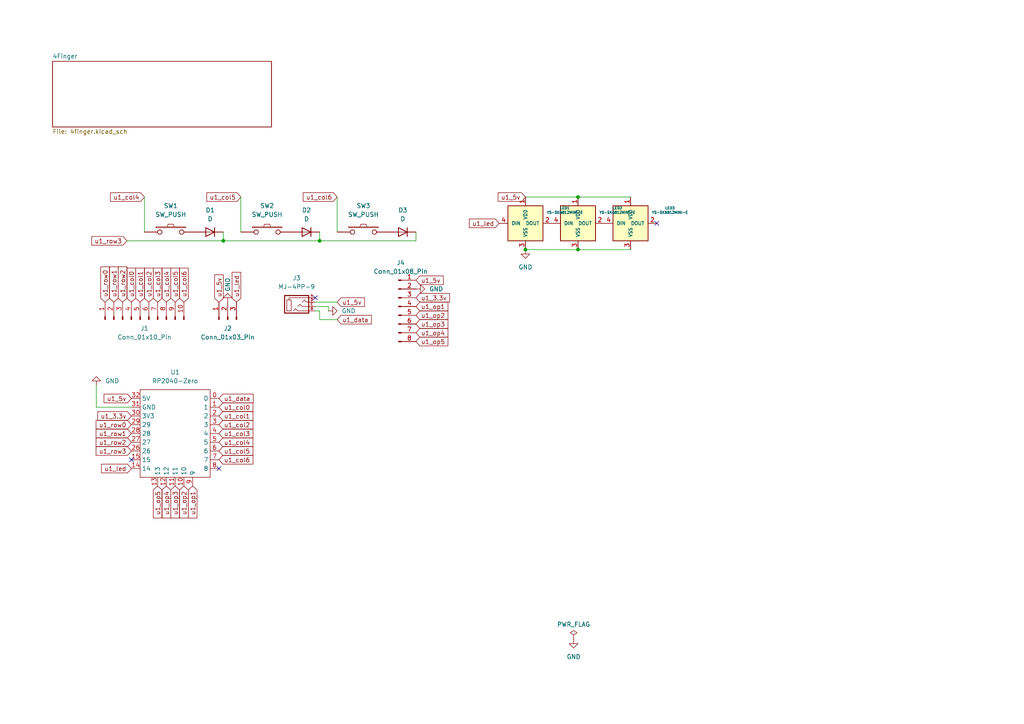
<source format=kicad_sch>
(kicad_sch (version 20231120) (generator "eeschema") (generator_version "8.0")
  (paper "A4")
  (title_block (title "yubino hara") (rev "2.x"))
  (lib_symbols
    (symbol "Connector:Conn_01x03_Pin" (pin_names (offset 1.016) hide)
      (property "Reference" "J" (at 0 5.08 0))
      (property "Value" "Conn_01x03_Pin" (at 0 -5.08 0))
      (symbol "Conn_01x03_Pin_1_1"
        (polyline (pts (xy 1.27 -2.54) (xy 0.8636 -2.54)) (stroke (width 0.1524)))
        (polyline (pts (xy 1.27 0) (xy 0.8636 0)) (stroke (width 0.1524)))
        (polyline (pts (xy 1.27 2.54) (xy 0.8636 2.54)) (stroke (width 0.1524)))
        (rectangle (start 0.8636 -2.413) (end 0 -2.667) (stroke (width 0.1524)) (fill (type outline)))
        (rectangle (start 0.8636 0.127) (end 0 -0.127) (stroke (width 0.1524)) (fill (type outline)))
        (rectangle (start 0.8636 2.667) (end 0 2.413) (stroke (width 0.1524)) (fill (type outline)))
        (pin passive line (at 5.08 2.54 180) (length 3.81) (name "Pin_1") (number "1"))
        (pin passive line (at 5.08 0 180) (length 3.81) (name "Pin_2") (number "2"))
        (pin passive line (at 5.08 -2.54 180) (length 3.81) (name "Pin_3") (number "3"))
      )
    )
    (symbol "Connector:Conn_01x08_Pin" (pin_names (offset 1.016) hide)
      (property "Reference" "J" (at 0 10.16 0))
      (property "Value" "Conn_01x08_Pin" (at 0 -12.7 0))
      (symbol "Conn_01x08_Pin_1_1"
        (polyline (pts (xy 1.27 -10.16) (xy 0.8636 -10.16)) (stroke (width 0.1524)))
        (polyline (pts (xy 1.27 -7.62) (xy 0.8636 -7.62)) (stroke (width 0.1524)))
        (polyline (pts (xy 1.27 -5.08) (xy 0.8636 -5.08)) (stroke (width 0.1524)))
        (polyline (pts (xy 1.27 -2.54) (xy 0.8636 -2.54)) (stroke (width 0.1524)))
        (polyline (pts (xy 1.27 0) (xy 0.8636 0)) (stroke (width 0.1524)))
        (polyline (pts (xy 1.27 2.54) (xy 0.8636 2.54)) (stroke (width 0.1524)))
        (polyline (pts (xy 1.27 5.08) (xy 0.8636 5.08)) (stroke (width 0.1524)))
        (polyline (pts (xy 1.27 7.62) (xy 0.8636 7.62)) (stroke (width 0.1524)))
        (rectangle (start 0.8636 -10.033) (end 0 -10.287) (stroke (width 0.1524)) (fill (type outline)))
        (rectangle (start 0.8636 -7.493) (end 0 -7.747) (stroke (width 0.1524)) (fill (type outline)))
        (rectangle (start 0.8636 -4.953) (end 0 -5.207) (stroke (width 0.1524)) (fill (type outline)))
        (rectangle (start 0.8636 -2.413) (end 0 -2.667) (stroke (width 0.1524)) (fill (type outline)))
        (rectangle (start 0.8636 0.127) (end 0 -0.127) (stroke (width 0.1524)) (fill (type outline)))
        (rectangle (start 0.8636 2.667) (end 0 2.413) (stroke (width 0.1524)) (fill (type outline)))
        (rectangle (start 0.8636 5.207) (end 0 4.953) (stroke (width 0.1524)) (fill (type outline)))
        (rectangle (start 0.8636 7.747) (end 0 7.493) (stroke (width 0.1524)) (fill (type outline)))
        (pin passive line (at 5.08 7.62 180) (length 3.81) (name "Pin_1") (number "1"))
        (pin passive line (at 5.08 5.08 180) (length 3.81) (name "Pin_2") (number "2"))
        (pin passive line (at 5.08 2.54 180) (length 3.81) (name "Pin_3") (number "3"))
        (pin passive line (at 5.08 0 180) (length 3.81) (name "Pin_4") (number "4"))
        (pin passive line (at 5.08 -2.54 180) (length 3.81) (name "Pin_5") (number "5"))
        (pin passive line (at 5.08 -5.08 180) (length 3.81) (name "Pin_6") (number "6"))
        (pin passive line (at 5.08 -7.62 180) (length 3.81) (name "Pin_7") (number "7"))
        (pin passive line (at 5.08 -10.16 180) (length 3.81) (name "Pin_8") (number "8"))
      )
    )
    (symbol "Connector:Conn_01x10_Pin" (pin_names (offset 1.016) hide)
      (property "Reference" "J" (at 0 12.7 0))
      (property "Value" "Conn_01x10_Pin" (at 0 -15.24 0))
      (symbol "Conn_01x10_Pin_1_1"
        (polyline (pts (xy 1.27 -12.7) (xy 0.8636 -12.7)) (stroke (width 0.1524)))
        (polyline (pts (xy 1.27 -10.16) (xy 0.8636 -10.16)) (stroke (width 0.1524)))
        (polyline (pts (xy 1.27 -7.62) (xy 0.8636 -7.62)) (stroke (width 0.1524)))
        (polyline (pts (xy 1.27 -5.08) (xy 0.8636 -5.08)) (stroke (width 0.1524)))
        (polyline (pts (xy 1.27 -2.54) (xy 0.8636 -2.54)) (stroke (width 0.1524)))
        (polyline (pts (xy 1.27 0) (xy 0.8636 0)) (stroke (width 0.1524)))
        (polyline (pts (xy 1.27 2.54) (xy 0.8636 2.54)) (stroke (width 0.1524)))
        (polyline (pts (xy 1.27 5.08) (xy 0.8636 5.08)) (stroke (width 0.1524)))
        (polyline (pts (xy 1.27 7.62) (xy 0.8636 7.62)) (stroke (width 0.1524)))
        (polyline (pts (xy 1.27 10.16) (xy 0.8636 10.16)) (stroke (width 0.1524)))
        (rectangle (start 0.8636 -12.573) (end 0 -12.827) (stroke (width 0.1524)) (fill (type outline)))
        (rectangle (start 0.8636 -10.033) (end 0 -10.287) (stroke (width 0.1524)) (fill (type outline)))
        (rectangle (start 0.8636 -7.493) (end 0 -7.747) (stroke (width 0.1524)) (fill (type outline)))
        (rectangle (start 0.8636 -4.953) (end 0 -5.207) (stroke (width 0.1524)) (fill (type outline)))
        (rectangle (start 0.8636 -2.413) (end 0 -2.667) (stroke (width 0.1524)) (fill (type outline)))
        (rectangle (start 0.8636 0.127) (end 0 -0.127) (stroke (width 0.1524)) (fill (type outline)))
        (rectangle (start 0.8636 2.667) (end 0 2.413) (stroke (width 0.1524)) (fill (type outline)))
        (rectangle (start 0.8636 5.207) (end 0 4.953) (stroke (width 0.1524)) (fill (type outline)))
        (rectangle (start 0.8636 7.747) (end 0 7.493) (stroke (width 0.1524)) (fill (type outline)))
        (rectangle (start 0.8636 10.287) (end 0 10.033) (stroke (width 0.1524)) (fill (type outline)))
        (pin passive line (at 5.08 10.16 180) (length 3.81) (name "Pin_1") (number "1"))
        (pin passive line (at 5.08 -12.7 180) (length 3.81) (name "Pin_10") (number "10"))
        (pin passive line (at 5.08 7.62 180) (length 3.81) (name "Pin_2") (number "2"))
        (pin passive line (at 5.08 5.08 180) (length 3.81) (name "Pin_3") (number "3"))
        (pin passive line (at 5.08 2.54 180) (length 3.81) (name "Pin_4") (number "4"))
        (pin passive line (at 5.08 0 180) (length 3.81) (name "Pin_5") (number "5"))
        (pin passive line (at 5.08 -2.54 180) (length 3.81) (name "Pin_6") (number "6"))
        (pin passive line (at 5.08 -5.08 180) (length 3.81) (name "Pin_7") (number "7"))
        (pin passive line (at 5.08 -7.62 180) (length 3.81) (name "Pin_8") (number "8"))
        (pin passive line (at 5.08 -10.16 180) (length 3.81) (name "Pin_9") (number "9"))
      )
    )
    (symbol "Device:D" (pin_numbers hide) (pin_names (offset 1.016) hide)
      (property "Reference" "D" (at 0 2.54 0))
      (property "Value" "D" (at 0 -2.54 0))
      (symbol "D_0_1"
        (polyline (pts (xy -1.27 1.27) (xy -1.27 -1.27)) (stroke (width 0.254)))
        (polyline (pts (xy 1.27 0) (xy -1.27 0)))
        (polyline (pts (xy 1.27 1.27) (xy 1.27 -1.27) (xy -1.27 0) (xy 1.27 1.27)) (stroke (width 0.254)))
      )
      (symbol "D_1_1"
        (pin passive line (at -3.81 0 0) (length 2.54) (name "K") (number "1"))
        (pin passive line (at 3.81 0 180) (length 2.54) (name "A") (number "2"))
      )
    )
    (symbol "isw-mcu:RP2040-Zero"
      (property "Reference" "U" (at 0 17.78 0))
      (property "Value" "RP2040-Zero" (at 0 15.24 0))
      (symbol "RP2040-Zero_0_1"
        (rectangle (start -10.16 12.7) (end 10.16 -12.7))
      )
      (symbol "RP2040-Zero_1_1"
        (pin tri_state line (at 12.7 10.16 180) (length 2.54) (name "0") (number "0"))
        (pin bidirectional line (at 12.7 7.62 180) (length 2.54) (name "1") (number "1"))
        (pin bidirectional line (at 2.54 -15.24 90) (length 2.54) (name "10") (number "10"))
        (pin bidirectional line (at 0 -15.24 90) (length 2.54) (name "11") (number "11"))
        (pin bidirectional line (at -2.54 -15.24 90) (length 2.54) (name "12") (number "12"))
        (pin bidirectional line (at -5.08 -15.24 90) (length 2.54) (name "13") (number "13"))
        (pin bidirectional line (at -12.7 -10.16 0) (length 2.54) (name "14") (number "14"))
        (pin bidirectional line (at -12.7 -7.62 0) (length 2.54) (name "15") (number "15"))
        (pin bidirectional line (at 12.7 5.08 180) (length 2.54) (name "2") (number "2"))
        (pin bidirectional line (at -12.7 -5.08 0) (length 2.54) (name "26") (number "26"))
        (pin bidirectional line (at -12.7 -2.54 0) (length 2.54) (name "27") (number "27"))
        (pin bidirectional line (at -12.7 0 0) (length 2.54) (name "28") (number "28"))
        (pin bidirectional line (at -12.7 2.54 0) (length 2.54) (name "29") (number "29"))
        (pin bidirectional line (at 12.7 2.54 180) (length 2.54) (name "3") (number "3"))
        (pin power_out line (at -12.7 5.08 0) (length 2.54) (name "3V3") (number "30"))
        (pin power_in line (at -12.7 7.62 0) (length 2.54) (name "GND") (number "31"))
        (pin power_out line (at -12.7 10.16 0) (length 2.54) (name "5V") (number "32"))
        (pin bidirectional line (at 12.7 0 180) (length 2.54) (name "4") (number "4"))
        (pin bidirectional line (at 12.7 -2.54 180) (length 2.54) (name "5") (number "5"))
        (pin bidirectional line (at 12.7 -5.08 180) (length 2.54) (name "6") (number "6"))
        (pin bidirectional line (at 12.7 -7.62 180) (length 2.54) (name "7") (number "7"))
        (pin bidirectional line (at 12.7 -10.16 180) (length 2.54) (name "8") (number "8"))
        (pin bidirectional line (at 5.08 -15.24 90) (length 2.54) (name "9") (number "9"))
      )
    )
    (symbol "kbd:MJ-4PP-9" (pin_names (offset 1.016))
      (property "Reference" "J" (at 0 3.81 0))
      (property "Value" "MJ-4PP-9" (at 0 -3.81 0))
      (symbol "MJ-4PP-9_0_1"
        (rectangle (start -1.905 -1.905) (end -3.175 1.27))
        (polyline (pts (xy -2.54 1.27) (xy -2.54 1.905) (xy 3.175 1.905)))
        (polyline (pts (xy -1.27 -1.905) (xy -0.635 -1.27) (xy 0 -1.905) (xy 3.175 -1.905)))
        (polyline (pts (xy 0 -0.635) (xy 0.635 0) (xy 1.27 -0.635) (xy 3.175 -0.635)))
        (polyline (pts (xy 1.27 0.635) (xy 1.905 1.27) (xy 2.54 0.635) (xy 3.175 0.635)))
        (rectangle (start 3.175 2.54) (end -3.81 -2.54) (stroke (width 0.3048)))
      )
      (symbol "MJ-4PP-9_1_1"
        (pin input line (at 5.08 1.905 180) (length 2.0066) (name "~") (number "A"))
        (pin input line (at 5.08 -1.905 180) (length 2.0066) (name "~") (number "B"))
        (pin input line (at 5.08 -0.635 180) (length 2.0066) (name "~") (number "C"))
        (pin input line (at 5.08 0.635 180) (length 2.0066) (name "~") (number "D"))
      )
    )
    (symbol "kbd:SW_PUSH" (pin_numbers hide) (pin_names (offset 1.016) hide)
      (property "Reference" "SW" (at 3.81 2.794 0))
      (property "Value" "SW_PUSH" (at 0 -2.032 0))
      (symbol "SW_PUSH_0_1"
        (rectangle (start -4.318 1.27) (end 4.318 1.524))
        (polyline (pts (xy -1.016 1.524) (xy -0.762 2.286) (xy 0.762 2.286) (xy 1.016 1.524)))
        (pin passive inverted (at -7.62 0 0) (length 5.08) (name "1") (number "1"))
        (pin passive inverted (at 7.62 0 180) (length 5.08) (name "2") (number "2"))
      )
    )
    (symbol "kbd:YS-SK6812MINI-E" (pin_names (offset 1.016))
      (property "Reference" "LED" (at 2.54 -7.62 0))
      (property "Value" "YS-SK6812MINI-E" (at 6.35 -6.35 0))
      (symbol "YS-SK6812MINI-E_0_1"
        (rectangle (start -5.08 5.08) (end 5.08 -5.08) (stroke (width 0.254)) (fill (type background)))
      )
      (symbol "YS-SK6812MINI-E_1_1"
        (pin power_in line (at 0 7.62 270) (length 2.54) (name "VDD") (number "1"))
        (pin output line (at 7.62 0 180) (length 2.54) (name "DOUT") (number "2"))
        (pin power_in line (at 0 -7.62 90) (length 2.54) (name "VSS") (number "3"))
        (pin input line (at -7.62 0 0) (length 2.54) (name "DIN") (number "4"))
      )
    )
    (symbol "power:GND" (power) (pin_numbers hide) (pin_names (offset 0) hide)
      (property "Value" "GND" (at 0 -3.81 0))
      (symbol "GND_0_1"
        (polyline (pts (xy 0 0) (xy 0 -1.27) (xy 1.27 -1.27) (xy 0 -2.54) (xy -1.27 -1.27) (xy 0 -1.27)))
      )
      (symbol "GND_1_1"
        (pin power_in line (at 0 0 270) (length 0) (name "~") (number "1"))
      )
    )
    (symbol "power:PWR_FLAG" (power) (pin_numbers hide) (pin_names (offset 0) hide)
      (property "Value" "PWR_FLAG" (at 0 3.81 0))
      (symbol "PWR_FLAG_0_0"
        (pin power_out line (at 0 0 90) (length 0) (name "~") (number "1"))
      )
      (symbol "PWR_FLAG_0_1"
        (polyline (pts (xy 0 0) (xy 0 1.27) (xy -1.016 1.905) (xy 0 2.54) (xy 1.016 1.905) (xy 0 1.27)))
      )
    )
  )
  (junction (at 167.64 72.39))
  (junction (at 64.77 69.85))
  (junction (at 167.64 57.15))
  (junction (at 92.71 69.85))
  (junction (at 152.4 72.39))
  (no_connect (at 38.1 133.35))
  (no_connect (at 91.44 86.36))
  (no_connect (at 190.5 64.77))
  (no_connect (at 63.5 135.89))
  (wire (pts (xy 64.77 67.31) (xy 64.77 69.85)))
  (wire (pts (xy 152.4 57.15) (xy 167.64 57.15)))
  (wire (pts (xy 95.25 88.9) (xy 91.44 88.9)))
  (wire (pts (xy 120.65 67.31) (xy 120.65 69.85)))
  (wire (pts (xy 97.79 57.15) (xy 97.79 67.31)))
  (wire (pts (xy 167.64 72.39) (xy 182.88 72.39)))
  (wire (pts (xy 152.4 72.39) (xy 167.64 72.39)))
  (wire (pts (xy 27.94 118.11) (xy 38.1 118.11)))
  (wire (pts (xy 92.71 90.17) (xy 92.71 92.71)))
  (wire (pts (xy 64.77 69.85) (xy 92.71 69.85)))
  (wire (pts (xy 167.64 57.15) (xy 182.88 57.15)))
  (wire (pts (xy 91.44 87.63) (xy 97.79 87.63)))
  (wire (pts (xy 92.71 90.17) (xy 91.44 90.17)))
  (wire (pts (xy 92.71 67.31) (xy 92.71 69.85)))
  (wire (pts (xy 69.85 57.15) (xy 69.85 67.31)))
  (wire (pts (xy 95.25 90.17) (xy 95.25 88.9)))
  (wire (pts (xy 36.83 69.85) (xy 64.77 69.85)))
  (wire (pts (xy 27.94 111.76) (xy 27.94 118.11)))
  (wire (pts (xy 92.71 69.85) (xy 120.65 69.85)))
  (wire (pts (xy 41.91 57.15) (xy 41.91 67.31)))
  (wire (pts (xy 97.79 92.71) (xy 92.71 92.71)))
  (global_label "u1_op2" (shape input) (at 120.65 91.44 0) (property "Intersheetrefs" "${INTERSHEET_REFS}" (effects (hide yes))))
  (global_label "u1_col0" (shape input) (at 63.5 118.11 0) (property "Intersheetrefs" "${INTERSHEET_REFS}" (effects (hide yes))))
  (global_label "u1_op4" (shape input) (at 48.26 140.97 270) (property "Intersheetrefs" "${INTERSHEET_REFS}" (effects (hide yes))))
  (global_label "u1_op5" (shape input) (at 45.72 140.97 270) (property "Intersheetrefs" "${INTERSHEET_REFS}" (effects (hide yes))))
  (global_label "u1_op1" (shape input) (at 120.65 88.9 0) (property "Intersheetrefs" "${INTERSHEET_REFS}" (effects (hide yes))))
  (global_label "u1_row3" (shape input) (at 36.83 69.85 180) (property "Intersheetrefs" "${INTERSHEET_REFS}" (effects (hide yes))))
  (global_label "u1_op1" (shape input) (at 55.88 140.97 270) (property "Intersheetrefs" "${INTERSHEET_REFS}" (effects (hide yes))))
  (global_label "u1_op5" (shape input) (at 120.65 99.06 0) (property "Intersheetrefs" "${INTERSHEET_REFS}" (effects (hide yes))))
  (global_label "u1_3.3v" (shape input) (at 120.65 86.36 0) (property "Intersheetrefs" "${INTERSHEET_REFS}" (effects (hide yes))))
  (global_label "u1_5v" (shape input) (at 152.4 57.15 180) (property "Intersheetrefs" "${INTERSHEET_REFS}" (effects (hide yes))))
  (global_label "u1_col5" (shape input) (at 50.8 87.63 90) (property "Intersheetrefs" "${INTERSHEET_REFS}" (effects (hide yes))))
  (global_label "u1_row1" (shape input) (at 38.1 125.73 180) (property "Intersheetrefs" "${INTERSHEET_REFS}" (effects (hide yes))))
  (global_label "u1_col4" (shape input) (at 63.5 128.27 0) (property "Intersheetrefs" "${INTERSHEET_REFS}" (effects (hide yes))))
  (global_label "u1_col2" (shape input) (at 43.18 87.63 90) (property "Intersheetrefs" "${INTERSHEET_REFS}" (effects (hide yes))))
  (global_label "u1_col6" (shape input) (at 53.34 87.63 90) (property "Intersheetrefs" "${INTERSHEET_REFS}" (effects (hide yes))))
  (global_label "u1_row2" (shape input) (at 35.56 87.63 90) (property "Intersheetrefs" "${INTERSHEET_REFS}" (effects (hide yes))))
  (global_label "u1_5v" (shape input) (at 38.1 115.57 180) (property "Intersheetrefs" "${INTERSHEET_REFS}" (effects (hide yes))))
  (global_label "u1_row1" (shape input) (at 33.02 87.63 90) (property "Intersheetrefs" "${INTERSHEET_REFS}" (effects (hide yes))))
  (global_label "u1_5v" (shape input) (at 63.5 87.63 90) (property "Intersheetrefs" "${INTERSHEET_REFS}" (effects (hide yes))))
  (global_label "u1_col1" (shape input) (at 63.5 120.65 0) (property "Intersheetrefs" "${INTERSHEET_REFS}" (effects (hide yes))))
  (global_label "u1_col4" (shape input) (at 48.26 87.63 90) (property "Intersheetrefs" "${INTERSHEET_REFS}" (effects (hide yes))))
  (global_label "u1_op2" (shape input) (at 53.34 140.97 270) (property "Intersheetrefs" "${INTERSHEET_REFS}" (effects (hide yes))))
  (global_label "u1_row3" (shape input) (at 38.1 130.81 180) (property "Intersheetrefs" "${INTERSHEET_REFS}" (effects (hide yes))))
  (global_label "u1_3.3v" (shape input) (at 38.1 120.65 180) (property "Intersheetrefs" "${INTERSHEET_REFS}" (effects (hide yes))))
  (global_label "u1_col0" (shape input) (at 38.1 87.63 90) (property "Intersheetrefs" "${INTERSHEET_REFS}" (effects (hide yes))))
  (global_label "u1_col5" (shape input) (at 63.5 130.81 0) (property "Intersheetrefs" "${INTERSHEET_REFS}" (effects (hide yes))))
  (global_label "u1_col3" (shape input) (at 45.72 87.63 90) (property "Intersheetrefs" "${INTERSHEET_REFS}" (effects (hide yes))))
  (global_label "u1_col6" (shape input) (at 97.79 57.15 180) (property "Intersheetrefs" "${INTERSHEET_REFS}" (effects (hide yes))))
  (global_label "u1_row0" (shape input) (at 38.1 123.19 180) (property "Intersheetrefs" "${INTERSHEET_REFS}" (effects (hide yes))))
  (global_label "u1_5v" (shape input) (at 120.65 81.28 0) (property "Intersheetrefs" "${INTERSHEET_REFS}" (effects (hide yes))))
  (global_label "u1_op3" (shape input) (at 50.8 140.97 270) (property "Intersheetrefs" "${INTERSHEET_REFS}" (effects (hide yes))))
  (global_label "u1_col1" (shape input) (at 40.64 87.63 90) (property "Intersheetrefs" "${INTERSHEET_REFS}" (effects (hide yes))))
  (global_label "u1_col4" (shape input) (at 41.91 57.15 180) (property "Intersheetrefs" "${INTERSHEET_REFS}" (effects (hide yes))))
  (global_label "u1_5v" (shape input) (at 97.79 87.63 0) (property "Intersheetrefs" "${INTERSHEET_REFS}" (effects (hide yes))))
  (global_label "u1_data" (shape input) (at 97.79 92.71 0) (property "Intersheetrefs" "${INTERSHEET_REFS}" (effects (hide yes))))
  (global_label "u1_col2" (shape input) (at 63.5 123.19 0) (property "Intersheetrefs" "${INTERSHEET_REFS}" (effects (hide yes))))
  (global_label "u1_op3" (shape input) (at 120.65 93.98 0) (property "Intersheetrefs" "${INTERSHEET_REFS}" (effects (hide yes))))
  (global_label "u1_col6" (shape input) (at 63.5 133.35 0) (property "Intersheetrefs" "${INTERSHEET_REFS}" (effects (hide yes))))
  (global_label "u1_led" (shape input) (at 68.58 87.63 90) (property "Intersheetrefs" "${INTERSHEET_REFS}" (effects (hide yes))))
  (global_label "u1_col5" (shape input) (at 69.85 57.15 180) (property "Intersheetrefs" "${INTERSHEET_REFS}" (effects (hide yes))))
  (global_label "u1_data" (shape input) (at 63.5 115.57 0) (property "Intersheetrefs" "${INTERSHEET_REFS}" (effects (hide yes))))
  (global_label "u1_op4" (shape input) (at 120.65 96.52 0) (property "Intersheetrefs" "${INTERSHEET_REFS}" (effects (hide yes))))
  (global_label "u1_led" (shape input) (at 144.78 64.77 180) (property "Intersheetrefs" "${INTERSHEET_REFS}" (effects (hide yes))))
  (global_label "u1_led" (shape input) (at 38.1 135.89 180) (property "Intersheetrefs" "${INTERSHEET_REFS}" (effects (hide yes))))
  (global_label "u1_row2" (shape input) (at 38.1 128.27 180) (property "Intersheetrefs" "${INTERSHEET_REFS}" (effects (hide yes))))
  (global_label "u1_col3" (shape input) (at 63.5 125.73 0) (property "Intersheetrefs" "${INTERSHEET_REFS}" (effects (hide yes))))
  (global_label "u1_row0" (shape input) (at 30.48 87.63 90) (property "Intersheetrefs" "${INTERSHEET_REFS}" (effects (hide yes))))
  (symbol (lib_id "power:PWR_FLAG") (at 166.37 185.42 0) (unit 1)
    (property "Reference" "#FLG01" (effects (hide yes)))
    (property "Value" "PWR_FLAG" (at 166.37 181.102 0))
    (property "Description" "Special symbol for telling ERC where power comes from" (effects (hide yes)))
  )
  (symbol (lib_id "kbd:SW_PUSH") (at 49.53 67.31 0) (unit 1)
    (property "Reference" "SW1" (at 49.53 59.69 0))
    (property "Value" "SW_PUSH" (at 49.53 62.23 0))
    (property "Footprint" "keyswitches:Kailh_socket_PG1350_reversible" (effects (hide yes)))
  )
  (symbol (lib_id "Device:D") (at 60.96 67.31 180) (unit 1)
    (property "Reference" "D1" (at 60.96 60.96 0))
    (property "Value" "D" (at 60.96 63.5 0))
    (property "Footprint" "kbd:D3_SMD" (effects (hide yes)))
    (property "Description" "Diode" (effects (hide yes)))
    (property "Sim.Device" "D" (effects (hide yes)))
    (property "Sim.Pins" "1=K 2=A" (effects (hide yes)))
  )
  (symbol (lib_id "kbd:SW_PUSH") (at 105.41 67.31 0) (unit 1)
    (property "Reference" "SW3" (at 105.41 59.69 0))
    (property "Value" "SW_PUSH" (at 105.41 62.23 0))
    (property "Footprint" "keyswitches:Kailh_socket_PG1350_reversible" (effects (hide yes)))
  )
  (symbol (lib_id "Connector:Conn_01x10_Pin") (at 40.64 92.71 90) (unit 1)
    (property "Reference" "J1" (at 41.91 95.25 90))
    (property "Value" "Conn_01x10_Pin" (at 41.91 97.79 90))
    (property "Footprint" "Connector_PinHeader_2.54mm:PinHeader_1x10_P2.54mm_Vertical" (effects (hide yes)))
    (property "Description" "Generic connector, single row, 01x10, script generated" (effects (hide yes)))
  )
  (symbol (lib_id "Device:D") (at 88.9 67.31 180) (unit 1)
    (property "Reference" "D2" (at 88.9 60.96 0))
    (property "Value" "D" (at 88.9 63.5 0))
    (property "Footprint" "kbd:D3_SMD" (effects (hide yes)))
    (property "Description" "Diode" (effects (hide yes)))
    (property "Sim.Device" "D" (effects (hide yes)))
    (property "Sim.Pins" "1=K 2=A" (effects (hide yes)))
  )
  (symbol (lib_id "kbd:YS-SK6812MINI-E") (at 152.4 64.77 0) (unit 1)
    (property "Reference" "LED1" (at 163.83 60.3565 0) (effects (font (size 0.7366 0.7366))))
    (property "Value" "YS-SK6812MINI-E" (at 163.83 61.6265 0) (effects (font (size 0.7366 0.7366))))
    (property "Footprint" "sepsepkbd:YS-SK6812MINI-E" (effects (hide yes)))
  )
  (symbol (lib_id "kbd:SW_PUSH") (at 77.47 67.31 0) (unit 1)
    (property "Reference" "SW2" (at 77.47 59.69 0))
    (property "Value" "SW_PUSH" (at 77.47 62.23 0))
    (property "Footprint" "keyswitches:Kailh_socket_PG1350_reversible" (effects (hide yes)))
  )
  (symbol (lib_id "kbd:MJ-4PP-9") (at 86.36 88.265 0) (unit 1)
    (property "Reference" "J3" (at 86.0425 80.645 0))
    (property "Value" "MJ-4PP-9" (at 86.0425 83.185 0))
    (property "Footprint" "kbd:MJ-4PP-9" (effects (hide yes)))
    (property "Description" "4-pin (audio) jack receptable (stereo + 4th pin/TRRS connector), compatible with PJ320A" (effects (hide yes)))
  )
  (symbol (lib_id "power:GND") (at 152.4 72.39 0) (unit 1)
    (property "Reference" "#PWR05" (effects (hide yes)))
    (property "Value" "GND" (at 152.4 77.47 0))
    (property "Description" "Power symbol creates a global label with name \"GND\" , ground" (effects (hide yes)))
  )
  (symbol (lib_id "Connector:Conn_01x08_Pin") (at 115.57 88.9 0) (unit 1)
    (property "Reference" "J4" (at 116.205 76.2 0))
    (property "Value" "Conn_01x08_Pin" (at 116.205 78.74 0))
    (property "Footprint" "Connector_PinHeader_2.54mm:PinHeader_1x08_P2.54mm_Vertical" (effects (hide yes)))
    (property "Description" "Generic connector, single row, 01x08, script generated" (effects (hide yes)))
  )
  (symbol (lib_id "power:GND") (at 27.94 111.76 180) (unit 1)
    (property "Reference" "#PWR01" (effects (hide yes)))
    (property "Value" "GND" (at 30.48 110.4899 0) (effects (justify right)))
    (property "Description" "Power symbol creates a global label with name \"GND\" , ground" (effects (hide yes)))
  )
  (symbol (lib_id "kbd:YS-SK6812MINI-E") (at 182.88 64.77 0) (unit 1)
    (property "Reference" "LED3" (at 194.31 60.3565 0) (effects (font (size 0.7366 0.7366))))
    (property "Value" "YS-SK6812MINI-E" (at 194.31 61.6265 0) (effects (font (size 0.7366 0.7366))))
    (property "Footprint" "sepsepkbd:YS-SK6812MINI-E" (effects (hide yes)))
  )
  (symbol (lib_id "Device:D") (at 116.84 67.31 180) (unit 1)
    (property "Reference" "D3" (at 116.84 60.96 0))
    (property "Value" "D" (at 116.84 63.5 0))
    (property "Footprint" "kbd:D3_SMD" (effects (hide yes)))
    (property "Description" "Diode" (effects (hide yes)))
    (property "Sim.Device" "D" (effects (hide yes)))
    (property "Sim.Pins" "1=K 2=A" (effects (hide yes)))
  )
  (symbol (lib_id "isw-mcu:RP2040-Zero") (at 50.8 125.73 0) (unit 1)
    (property "Reference" "U1" (at 50.8 107.95 0))
    (property "Value" "RP2040-Zero" (at 50.8 110.49 0))
    (property "Footprint" "sepsepkbd:WS-RP2040-Zero SMD" (effects (hide yes)))
  )
  (symbol (lib_id "kbd:YS-SK6812MINI-E") (at 167.64 64.77 0) (unit 1)
    (property "Reference" "LED2" (at 179.07 60.3565 0) (effects (font (size 0.7366 0.7366))))
    (property "Value" "YS-SK6812MINI-E" (at 179.07 61.6265 0) (effects (font (size 0.7366 0.7366))))
    (property "Footprint" "sepsepkbd:YS-SK6812MINI-E" (effects (hide yes)))
  )
  (symbol (lib_id "Connector:Conn_01x03_Pin") (at 66.04 92.71 90) (unit 1)
    (property "Reference" "J2" (at 66.04 95.25 90))
    (property "Value" "Conn_01x03_Pin" (at 66.04 97.79 90))
    (property "Footprint" "Connector_PinHeader_2.54mm:PinHeader_1x03_P2.54mm_Vertical" (effects (hide yes)))
    (property "Description" "Generic connector, single row, 01x03, script generated" (effects (hide yes)))
  )
  (symbol (lib_id "power:GND") (at 120.65 83.82 90) (unit 1)
    (property "Reference" "#PWR04" (effects (hide yes)))
    (property "Value" "GND" (at 124.46 83.8199 90) (effects (justify right)))
    (property "Description" "Power symbol creates a global label with name \"GND\" , ground" (effects (hide yes)))
  )
  (symbol (lib_id "power:GND") (at 66.04 87.63 180) (unit 1)
    (property "Reference" "#PWR02" (effects (hide yes)))
    (property "Value" "GND" (at 66.04 82.55 90))
    (property "Description" "Power symbol creates a global label with name \"GND\" , ground" (effects (hide yes)))
  )
  (symbol (lib_id "power:GND") (at 166.37 185.42 0) (unit 1)
    (property "Reference" "#PWR06" (effects (hide yes)))
    (property "Value" "GND" (at 166.37 190.5 0))
    (property "Description" "Power symbol creates a global label with name \"GND\" , ground" (effects (hide yes)))
  )
  (symbol (lib_id "power:GND") (at 95.25 90.17 90) (unit 1)
    (property "Reference" "#PWR03" (effects (hide yes)))
    (property "Value" "GND" (at 99.06 90.1699 90) (effects (justify right)))
    (property "Description" "Power symbol creates a global label with name \"GND\" , ground" (effects (hide yes)))
  )
  (sheet (at 15.24 17.78) (size 63.5 19.05) (stroke (width 0.1524))
    (property "Sheetname" "4Finger" (at 15.24 17.0684 0) (effects (justify left bottom)))
    (property "Sheetfile" "4finger.kicad_sch" (at 15.24 37.4146 0) (effects (justify left top)))
  )
)
</source>
